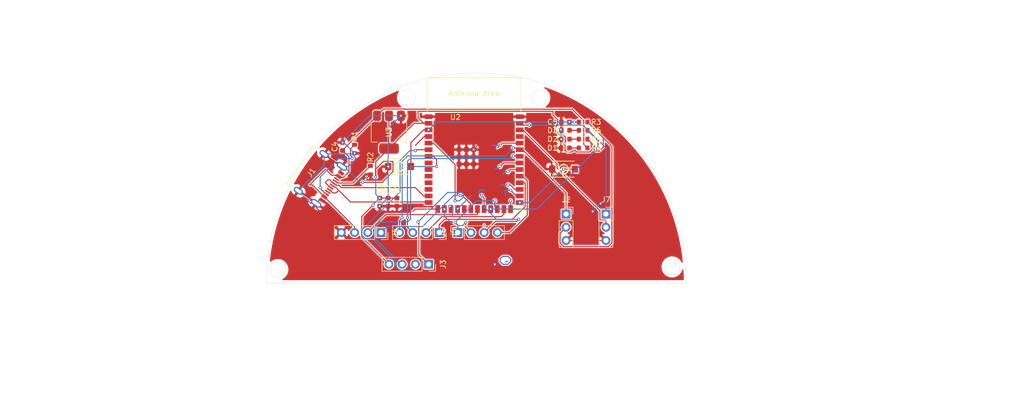
<source format=kicad_pcb>
(kicad_pcb (version 20241229) (generator "pcbnew") (generator_version "9.0")
  (layers (0 "F.Cu" signal) (2 "B.Cu" signal) (13 "F.Paste" user) (15 "B.Paste" user) (5 "F.SilkS" user "F.Silkscreen") (7 "B.SilkS" user "B.Silkscreen") (1 "F.Mask" user) (3 "B.Mask" user) (25 "Edge.Cuts" user))
  (net 0 "")
  (net 1 "GND")
  (net 2 "+3V3")
  (net 3 "+5V")
  (net 4 "EN")
  (net 6 "D-")
  (net 7 "Net-(J1-CC1)")
  (net 8 "D+")
  (net 9 "Net-(J1-CC2)")
  (net 11 "GPIO11")
  (net 12 "GPIO46")
  (net 13 "GPIO10")
  (net 14 "GPIO6")
  (net 15 "GPIO9")
  (net 16 "GPIO5")
  (net 17 "GPIO12")
  (net 18 "GPIO18")
  (net 19 "GPIO16")
  (net 20 "GPIO15")
  (net 21 "GPIO7")
  (net 22 "GPIO8")
  (net 23 "GPIO4")
  (net 24 "GPIO3")
  (net 25 "GPIO17")
  (net 26 "GPIO40")
  (net 27 "GPIO45")
  (net 28 "GPIO41")
  (net 29 "GPIO0")
  (net 30 "GPIO38")
  (net 31 "GPIO2")
  (net 32 "GPIO39")
  (net 33 "GPIO36")
  (net 34 "GPIO47")
  (net 35 "GPIO35")
  (net 36 "GPIO13")
  (net 37 "GPIO44")
  (net 38 "GPIO14")
  (net 39 "GPIO37")
  (net 40 "GPIO1")
  (net 41 "GPIO21")
  (net 42 "GPIO48")
  (net 43 "GPIO42")
  (net 44 "GPIO43")
  (net 45 "Net-(D1-A)")
  (net 46 "Net-(D2-A)")
  (net 47 "Net-(D3-A)")
  (footprint "Resistor_SMD:R_0603_1608Metric" (layer "F.Cu") (at 150.876 44.895 -90)
    (property "Reference" "R1")
    (property "Value" "5.1K")
  )
  (footprint "easyeda2kicad:SW-SMD_L3.9-W3.0-P4.45" (layer "F.Cu") (at 191.008 48.768)
    (property "Reference" "SW2" (hide yes))
    (property "Value" "TS-1088-AR02016")
  )
  (footprint "LED_SMD:LED_0603_1608Metric" (layer "F.Cu") (at 191.3675 41.304)
    (property "Reference" "D3")
    (property "Value" "BLUE")
  )
  (footprint "Capacitor_SMD:C_0603_1608Metric" (layer "F.Cu") (at 155.704 55.105 -90)
    (property "Reference" "C3")
    (property "Value" "100n")
  )
  (footprint "TYPE-C-31-M-12:HRO_TYPE-C-31-M-12" (layer "F.Cu") (at 142.556421 49.394724 -125)
    (property "Reference" "J1")
    (property "Value" "TYPE-C-31-M-12")
  )
  (footprint "LED_SMD:LED_0603_1608Metric" (layer "F.Cu") (at 191.355 43.004)
    (property "Reference" "D2")
    (property "Value" "GREEN")
  )
  (footprint "Package_TO_SOT_SMD:SOT-223-3_TabPin2" (layer "F.Cu") (at 157.48 41.656 -90)
    (property "Reference" "U3")
    (property "Value" "LD1117S33TR_SOT223")
  )
  (footprint "Connector_PinSocket_2.54mm:PinSocket_1x04_P2.54mm_Vertical" (layer "F.Cu") (at 170.688 60.96 90)
    (property "Reference" "J6")
    (property "Value" "Conn_01x04_Pin")
  )
  (footprint "Capacitor_SMD:C_0603_1608Metric" (layer "F.Cu") (at 191.355 39.704 180)
    (property "Reference" "C5")
    (property "Value" "1u")
  )
  (footprint "Capacitor_SMD:C_0603_1608Metric" (layer "F.Cu") (at 157.304 55.105 -90)
    (property "Reference" "C2")
    (property "Value" "22u")
  )
  (footprint "Connector_PinSocket_2.54mm:PinSocket_1x03_P2.54mm_Vertical" (layer "F.Cu") (at 191.488 57.404)
    (property "Reference" "J2")
    (property "Value" "Conn_01x03_Pin")
  )
  (footprint "Resistor_SMD:R_0603_1608Metric" (layer "F.Cu") (at 194.755 43.004 180)
    (property "Reference" "R5")
    (property "Value" "5.1K")
  )
  (footprint "Resistor_SMD:R_0603_1608Metric" (layer "F.Cu") (at 194.7675 41.304 180)
    (property "Reference" "R6")
    (property "Value" "5.1K")
  )
  (footprint "easyeda2kicad:SW-SMD_L3.9-W3.0-P4.45" (layer "F.Cu") (at 159.512 48.26)
    (property "Reference" "SW1" (hide yes))
    (property "Value" "TS-1088-AR02016")
  )
  (footprint "PCM_Espressif:ESP32-S3-WROOM-1" (layer "F.Cu") (at 173.836 46.946)
    (property "Reference" "U2")
    (property "Value" "ESP32-S3-WROOM-1")
  )
  (footprint "Resistor_SMD:R_0603_1608Metric" (layer "F.Cu") (at 194.755 44.704 180)
    (property "Reference" "R4")
    (property "Value" "5.1K")
  )
  (footprint "Capacitor_SMD:C_0603_1608Metric" (layer "F.Cu") (at 159.004 55.105 -90)
    (property "Reference" "C1")
    (property "Value" "10u")
  )
  (footprint "Resistor_SMD:R_0603_1608Metric" (layer "F.Cu") (at 194.755 39.704 180)
    (property "Reference" "R3")
    (property "Value" "5.1K")
  )
  (footprint "LED_SMD:LED_0603_1608Metric" (layer "F.Cu") (at 191.3425 44.704)
    (property "Reference" "D1")
    (property "Value" "RED")
  )
  (footprint "Connector_PinSocket_2.54mm:PinSocket_1x04_P2.54mm_Vertical" (layer "F.Cu") (at 155.956 60.96 -90)
    (property "Reference" "J4")
    (property "Value" "Conn_01x04_Pin")
  )
  (footprint "Connector_PinSocket_2.54mm:PinSocket_1x03_P2.54mm_Vertical" (layer "F.Cu") (at 199.136 57.404)
    (property "Reference" "J7")
    (property "Value" "Conn_01x03_Pin")
  )
  (footprint "Connector_PinSocket_2.54mm:PinSocket_1x04_P2.54mm_Vertical" (layer "F.Cu") (at 167.132 60.96 -90)
    (property "Reference" "J5")
    (property "Value" "Conn_01x04_Pin")
  )
  (footprint "Resistor_SMD:R_0603_1608Metric" (layer "F.Cu") (at 153.924 48.959 -90)
    (property "Reference" "R2")
    (property "Value" "5.1K")
  )
  (footprint "Connector_PinSocket_2.54mm:PinSocket_1x04_P2.54mm_Vertical" (layer "F.Cu") (at 165.1 67.056 -90)
    (property "Reference" "J3")
    (property "Value" "Conn_01x04_Pin")
  )
  (footprint "Capacitor_SMD:C_0603_1608Metric" (layer "F.Cu") (at 148.568 44.422 90)
    (property "Reference" "C4")
    (property "Value" "100n")
  )
  (gr_circle (center 186.436 35.052) (end 186.436 36.576) (stroke (width 0.05)) (fill no) (layer "Edge.Cuts"))
  (gr_circle (center 136.144 68.072) (end 136.144 69.596) (stroke (width 0.05)) (fill no) (layer "Edge.Cuts"))
  (gr_circle (center 161.036 35.052) (end 161.036 36.576) (stroke (width 0.05)) (fill no) (layer "Edge.Cuts"))
  (gr_circle (center 211.836 67.564) (end 211.836 69.088) (stroke (width 0.05)) (fill no) (layer "Edge.Cuts"))
  (gr_arc (start 133.893959 70.612) (mid 174.244 30.261959) (end 214.594041 70.612) (stroke (width 0.05)) (layer "Edge.Cuts"))
  (gr_line (start 214.594041 70.612) (end 133.893959 70.612) (stroke (width 0.05)) (layer "Edge.Cuts"))
  (segment (start 178.816 66.548) (end 179.324 67.056) (width 0.2) (layer "F.Cu") (net 0))
  (segment (start 179.324 65.532) (end 180.34 65.532) (width 0.2) (layer "F.Cu") (net 0))
  (segment (start 179.324 65.532) (end 178.816 66.04) (width 0.2) (layer "F.Cu") (net 0))
  (segment (start 178.816 66.04) (end 178.816 66.548) (width 0.2) (layer "F.Cu") (net 0))
  (segment (start 179.324 67.056) (end 180.34 67.056) (width 0.2) (layer "F.Cu") (net 0))
  (segment (start 180.848 66.04) (end 180.34 65.532) (width 0.2) (layer "F.Cu") (net 0))
  (segment (start 180.34 67.056) (end 180.848 66.548) (width 0.2) (layer "F.Cu") (net 0))
  (segment (start 175.768 59.436) (end 175.768 59.809) (width 0.2) (layer "F.Cu") (net 0))
  (segment (start 180.848 66.548) (end 180.848 66.04) (width 0.2) (layer "F.Cu") (net 0))
  (segment (start 179.324 65.532) (end 178.816 66.04) (width 0.2) (layer "B.Cu") (net 0))
  (segment (start 179.324 65.532) (end 180.34 65.532) (width 0.2) (layer "B.Cu") (net 0))
  (segment (start 180.848 66.04) (end 180.34 65.532) (width 0.2) (layer "B.Cu") (net 0))
  (segment (start 180.34 67.056) (end 180.848 66.548) (width 0.2) (layer "B.Cu") (net 0))
  (segment (start 179.324 67.056) (end 180.34 67.056) (width 0.2) (layer "B.Cu") (net 0))
  (segment (start 178.816 66.04) (end 178.816 66.548) (width 0.2) (layer "B.Cu") (net 0))
  (segment (start 180.848 66.548) (end 180.848 66.04) (width 0.2) (layer "B.Cu") (net 0))
  (segment (start 179.832 66.548) (end 180.34 66.548) (width 0.2) (layer "B.Cu") (net 0))
  (segment (start 178.816 66.548) (end 179.324 67.056) (width 0.2) (layer "B.Cu") (net 0))
  (segment (start 153.924 50.125943) (end 154.691057 50.893) (width 0.2) (layer "F.Cu") (net 1))
  (segment (start 152.151057 50.707) (end 151.799 51.059057) (width 0.2) (layer "F.Cu") (net 1))
  (segment (start 154.691057 50.893) (end 155.579 50.893) (width 0.2) (layer "F.Cu") (net 1))
  (segment (start 195.207 55.147) (end 188.828 48.768) (width 0.2) (layer "F.Cu") (net 1))
  (segment (start 144.611948 54.740498) (end 144.080439 54.740498) (width 0.2) (layer "F.Cu") (net 1))
  (segment (start 144.080439 54.740498) (end 143.491566 55.329371) (width 0.2) (layer "F.Cu") (net 1))
  (segment (start 195.207 58.555) (end 195.207 55.147) (width 0.2) (layer "F.Cu") (net 1))
  (segment (start 148.282837 48.413871) (end 148.453003 48.243705) (width 0.2) (layer "F.Cu") (net 1))
  (segment (start 153.924 49.784) (end 153.416 50.292) (width 0.2) (layer "F.Cu") (net 1))
  (segment (start 190.58 41.228) (end 190.5 41.148) (width 0.2) (layer "F.Cu") (net 1))
  (segment (start 155.579 50.893) (end 157.332 49.14) (width 0.2) (layer "F.Cu") (net 1))
  (segment (start 157.332 49.14) (end 157.332 48.26) (width 0.2) (layer "F.Cu") (net 1))
  (segment (start 190.58 41.304) (end 190.58 41.228) (width 0.2) (layer "F.Cu") (net 1))
  (segment (start 199.136 62.484) (end 195.207 58.555) (width 0.2) (layer "F.Cu") (net 1))
  (segment (start 148.282837 49.497926) (end 148.282837 48.413871) (width 0.2) (layer "F.Cu") (net 1))
  (segment (start 182.586 38.686) (end 180.056 38.686) (width 0.2) (layer "F.Cu") (net 1))
  (segment (start 143.491566 56.115566) (end 143.491566 55.329371) (width 0.2) (layer "F.Cu") (net 1))
  (segment (start 157.332 48.26) (end 157.332 48.513) (width 0.2) (layer "F.Cu") (net 1))
  (segment (start 153.924 49.784) (end 153.924 50.125943) (width 0.2) (layer "F.Cu") (net 1))
  (segment (start 148.336 60.96) (end 143.491566 56.115566) (width 0.2) (layer "F.Cu") (net 1))
  (segment (start 153.924 49.784) (end 153.001 50.707) (width 0.2) (layer "F.Cu") (net 1))
  (segment (start 199.136 62.484) (end 191.488 62.484) (width 0.2) (layer "F.Cu") (net 1))
  (segment (start 180.056 38.686) (end 173.736 45.006) (width 0.2) (layer "F.Cu") (net 1))
  (segment (start 153.001 50.707) (end 152.151057 50.707) (width 0.2) (layer "F.Cu") (net 1))
  (segment (start 159.004 55.88) (end 155.704 55.88) (width 0.2) (layer "F.Cu") (net 1))
  (via (at 157.332 48.26) (size 0.6) (drill 0.3) (layers "F.Cu" "B.Cu") (net 1))
  (via (at 157.332 48.26) (size 0.6) (drill 0.3) (layers "F.Cu" "B.Cu") (net 1))
  (via (at 155.704 55.88) (size 0.6) (drill 0.3) (layers "F.Cu" "B.Cu") (net 1))
  (via (at 177.8 67.056) (size 0.6) (drill 0.3) (layers "F.Cu" "B.Cu") (net 1))
  (via (at 153.001 50.707) (size 0.6) (drill 0.3) (layers "F.Cu" "B.Cu") (net 1))
  (via (at 148.568 43.647) (size 0.6) (drill 0.3) (layers "F.Cu" "B.Cu") (net 1))
  (via (at 173.736 45.006) (size 0.6) (drill 0.3) (layers "F.Cu" "B.Cu") (net 1))
  (via (at 150.876 45.72) (size 0.6) (drill 0.3) (layers "F.Cu" "B.Cu") (net 1))
  (via (at 159.78 38.506) (size 0.6) (drill 0.3) (layers "F.Cu" "B.Cu") (net 1))
  (via (at 190.5 41.148) (size 0.6) (drill 0.3) (layers "F.Cu" "B.Cu") (net 1))
  (via (at 196.596 56.896) (size 0.6) (drill 0.3) (layers "F.Cu" "B.Cu") (net 1))
  (via (at 190.5675 43.004) (size 0.6) (drill 0.3) (layers "F.Cu" "B.Cu") (net 1))
  (via (at 198.12 55.372) (size 0.6) (drill 0.3) (layers "F.Cu" "B.Cu") (net 1))
  (segment (start 149.745057 48.243705) (end 151.003819 46.984943) (width 0.2) (layer "B.Cu") (net 1))
  (segment (start 157.332 47.752) (end 157.332 54.252) (width 0.2) (layer "B.Cu") (net 1))
  (segment (start 150.876 45.72) (end 148.803 43.647) (width 0.2) (layer "B.Cu") (net 1))
  (segment (start 198.12 55.372) (end 196.596 56.896) (width 0.2) (layer "B.Cu") (net 1))
  (segment (start 157.332 47.752) (end 157.332 40.954) (width 0.2) (layer "B.Cu") (net 1))
  (segment (start 143.491566 55.329371) (end 142.467516 55.329371) (width 0.2) (layer "B.Cu") (net 1))
  (segment (start 152.4 51.308) (end 151.892 51.308) (width 0.2) (layer "B.Cu") (net 1))
  (segment (start 153.709 38.506) (end 148.568 43.647) (width 0.2) (layer "B.Cu") (net 1))
  (segment (start 151.003819 46.984943) (end 151.003819 46.487057) (width 0.2) (layer "B.Cu") (net 1))
  (segment (start 157.332 40.954) (end 159.78 38.506) (width 0.2) (layer "B.Cu") (net 1))
  (segment (start 145.03714 47.976119) (end 140.075702 52.937557) (width 0.2) (layer "B.Cu") (net 1))
  (segment (start 148.453003 48.243705) (end 149.745057 48.243705) (width 0.2) (layer "B.Cu") (net 1))
  (segment (start 148.803 43.647) (end 148.568 43.647) (width 0.2) (layer "B.Cu") (net 1))
  (segment (start 190.5 42.9365) (end 190.5675 43.004) (width 0.2) (layer "B.Cu") (net 1))
  (segment (start 159.78 38.506) (end 153.709 38.506) (width 0.2) (layer "B.Cu") (net 1))
  (segment (start 151.003819 46.487057) (end 150.368653 45.851891) (width 0.2) (layer "B.Cu") (net 1))
  (segment (start 157.332 48.26) (end 157.332 47.752) (width 0.2) (layer "B.Cu") (net 1))
  (segment (start 145.03714 45.851891) (end 145.03714 47.976119) (width 0.2) (layer "B.Cu") (net 1))
  (segment (start 142.467516 55.329371) (end 140.075702 52.937557) (width 0.2) (layer "B.Cu") (net 1))
  (segment (start 150.368653 45.851891) (end 145.03714 45.851891) (width 0.2) (layer "B.Cu") (net 1))
  (segment (start 151.892 51.308) (end 148.827705 48.243705) (width 0.2) (layer "B.Cu") (net 1))
  (segment (start 157.332 54.252) (end 155.704 55.88) (width 0.2) (layer "B.Cu") (net 1))
  (segment (start 148.827705 48.243705) (end 148.453003 48.243705) (width 0.2) (layer "B.Cu") (net 1))
  (segment (start 190.5 41.148) (end 190.5 42.9365) (width 0.2) (layer "B.Cu") (net 1))
  (segment (start 188.976 37.648) (end 163.068 37.648) (width 0.2) (layer "F.Cu") (net 2))
  (segment (start 156.181 51.308) (end 152.4 51.308) (width 0.2) (layer "F.Cu") (net 2))
  (segment (start 191.404 43.4816) (end 191.404 43.367064) (width 0.2) (layer "F.Cu") (net 2))
  (segment (start 191.306 43.269064) (end 191.306 42.5264) (width 0.2) (layer "F.Cu") (net 2))
  (segment (start 189.829 40.17811) (end 189.829 39.22989) (width 0.2) (layer "F.Cu") (net 2))
  (segment (start 200.287 62.96076) (end 200.287 44.411) (width 0.2) (layer "F.Cu") (net 2))
  (segment (start 188.976 38.37689) (end 188.976 37.648) (width 0.2) (layer "F.Cu") (net 2))
  (segment (start 191.488 59.944) (end 190.337 61.095) (width 0.2) (layer "F.Cu") (net 2))
  (segment (start 198.628 42.752) (end 195.58 39.704) (width 0.2) (layer "F.Cu") (net 2))
  (segment (start 197.197 45.305) (end 197.860943 45.305) (width 0.2) (layer "F.Cu") (net 2))
  (segment (start 192.8381 45.212) (end 192.5701 45.48) (width 0.2) (layer "F.Cu") (net 2))
  (segment (start 190.264936 42.228) (end 189.484 41.447064) (width 0.2) (layer "F.Cu") (net 2))
  (segment (start 157.48 38.506) (end 157.48 44.806) (width 0.2) (layer "F.Cu") (net 2))
  (segment (start 156.416 47.279) (end 158.248 47.279) (width 0.2) (layer "F.Cu") (net 2))
  (segment (start 189.484 40.659964) (end 189.897427 40.246537) (width 0.2) (layer "F.Cu") (net 2))
  (segment (start 154.94 48.755) (end 156.416 47.279) (width 0.2) (layer "F.Cu") (net 2))
  (segment (start 193.248936 45.212) (end 192.8381 45.212) (width 0.2) (layer "F.Cu") (net 2))
  (segment (start 190.9576 43.928) (end 191.404 43.4816) (width 0.2) (layer "F.Cu") (net 2))
  (segment (start 195.993064 45.48) (end 193.516936 45.48) (width 0.2) (layer "F.Cu") (net 2))
  (segment (start 189.897427 40.246537) (end 189.829 40.17811) (width 0.2) (layer "F.Cu") (net 2))
  (segment (start 199.61276 63.635) (end 200.287 62.96076) (width 0.2) (layer "F.Cu") (net 2))
  (segment (start 164.136 39.956) (end 165.086 39.956) (width 0.2) (layer "F.Cu") (net 2))
  (segment (start 191.6899 45.48) (end 191.4219 45.212) (width 0.2) (layer "F.Cu") (net 2))
  (segment (start 197.860943 45.305) (end 198.628 44.537943) (width 0.2) (layer "F.Cu") (net 2))
  (segment (start 189.829 39.22989) (end 188.976 38.37689) (width 0.2) (layer "F.Cu") (net 2))
  (segment (start 191.4219 45.212) (end 191.2631 45.212) (width 0.2) (layer "F.Cu") (net 2))
  (segment (start 152.265 57.848) (end 154.432 55.681) (width 0.2) (layer "F.Cu") (net 2))
  (segment (start 191.01124 63.635) (end 199.61276 63.635) (width 0.2) (layer "F.Cu") (net 2))
  (segment (start 157.48 44.806) (end 162.33 39.956) (width 0.2) (layer "F.Cu") (net 2))
  (segment (start 163.068 37.648) (end 163.068 38.888) (width 0.2) (layer "F.Cu") (net 2))
  (segment (start 200.287 44.411) (end 198.628 42.752) (width 0.2) (layer "F.Cu") (net 2))
  (segment (start 191.2631 45.212) (end 191.2935 45.1816) (width 0.2) (layer "F.Cu") (net 2))
  (segment (start 152.265 61.841) (end 152.265 57.848) (width 0.2) (layer "F.Cu") (net 2))
  (segment (start 157.48 67.056) (end 152.265 61.841) (width 0.2) (layer "F.Cu") (net 2))
  (segment (start 191.2935 45.1816) (end 191.2935 44.2264) (width 0.2) (layer "F.Cu") (net 2))
  (segment (start 155.704 54.33) (end 159.004 54.33) (width 0.2) (layer "F.Cu") (net 2))
  (segment (start 196.281 43.705) (end 196.281 44.389) (width 0.2) (layer "F.Cu") (net 2))
  (segment (start 190.337 61.095) (end 190.337 62.96076) (width 0.2) (layer "F.Cu") (net 2))
  (segment (start 191.306 42.5264) (end 191.0076 42.228) (width 0.2) (layer "F.Cu") (net 2))
  (segment (start 189.484 41.447064) (end 189.484 40.659964) (width 0.2) (layer "F.Cu") (net 2))
  (segment (start 191.0076 42.228) (end 190.264936 42.228) (width 0.2) (layer "F.Cu") (net 2))
  (segment (start 158.248 49.241) (end 156.181 51.308) (width 0.2) (layer "F.Cu") (net 2))
  (segment (start 195.58 43.004) (end 196.281 43.705) (width 0.2) (layer "F.Cu") (net 2))
  (segment (start 191.2935 44.2264) (end 190.9951 43.928) (width 0.2) (layer "F.Cu") (net 2))
  (segment (start 162.33 39.956) (end 165.086 39.956) (width 0.2) (layer "F.Cu") (net 2))
  (segment (start 154.94 50.292) (end 154.94 47.346) (width 0.2) (layer "F.Cu") (net 2))
  (segment (start 190.337 62.96076) (end 191.01124 63.635) (width 0.2) (layer "F.Cu") (net 2))
  (segment (start 154.94 50.292) (end 154.94 48.755) (width 0.2) (layer "F.Cu") (net 2))
  (segment (start 197.011 44.462064) (end 195.993064 45.48) (width 0.2) (layer "F.Cu") (net 2))
  (segment (start 191.404 43.367064) (end 191.306 43.269064) (width 0.2) (layer "F.Cu") (net 2))
  (segment (start 158.248 47.279) (end 158.248 49.241) (width 0.2) (layer "F.Cu") (net 2))
  (segment (start 193.516936 45.48) (end 193.248936 45.212) (width 0.2) (layer "F.Cu") (net 2))
  (segment (start 196.281 44.389) (end 197.197 45.305) (width 0.2) (layer "F.Cu") (net 2))
  (segment (start 190.9951 43.928) (end 190.9576 43.928) (width 0.2) (layer "F.Cu") (net 2))
  (segment (start 192.5701 45.48) (end 191.6899 45.48) (width 0.2) (layer "F.Cu") (net 2))
  (segment (start 197.011 44.435) (end 197.011 44.462064) (width 0.2) (layer "F.Cu") (net 2))
  (segment (start 163.068 38.888) (end 164.136 39.956) (width 0.2) (layer "F.Cu") (net 2))
  (segment (start 195.58 43.004) (end 197.011 44.435) (width 0.2) (layer "F.Cu") (net 2))
  (segment (start 154.94 47.346) (end 157.48 44.806) (width 0.2) (layer "F.Cu") (net 2))
  (segment (start 198.628 44.537943) (end 198.628 42.752) (width 0.2) (layer "F.Cu") (net 2))
  (via (at 155.704 54.33) (size 0.6) (drill 0.3) (layers "F.Cu" "B.Cu") (net 2))
  (via (at 154.432 55.681) (size 0.6) (drill 0.3) (layers "F.Cu" "B.Cu") (net 2))
  (via (at 152.4 51.308) (size 0.6) (drill 0.3) (layers "F.Cu" "B.Cu") (net 2))
  (via (at 154.94 50.292) (size 0.6) (drill 0.3) (layers "F.Cu" "B.Cu") (net 2))
  (segment (start 154.94 53.566) (end 155.704 54.33) (width 0.2) (layer "B.Cu") (net 2))
  (segment (start 154.432 55.681) (end 154.432 55.602) (width 0.2) (layer "B.Cu") (net 2))
  (segment (start 154.94 50.292) (end 154.94 53.566) (width 0.2) (layer "B.Cu") (net 2))
  (segment (start 154.432 55.602) (end 155.704 54.33) (width 0.2) (layer "B.Cu") (net 2))
  (segment (start 149.802819 46.431819) (end 148.568 45.197) (width 0.2) (layer "F.Cu") (net 3))
  (segment (start 146.454886 49.934886) (end 147.605614 49.934886) (width 0.2) (layer "F.Cu") (net 3))
  (segment (start 145.070809 54.085177) (end 142.801632 51.816) (width 0.2) (layer "F.Cu") (net 3))
  (segment (start 147.823976 50.153248) (end 148.042338 50.37161) (width 0.2) (layer "F.Cu") (net 3))
  (segment (start 150.876 59.890368) (end 145.070809 54.085177) (width 0.2) (layer "F.Cu") (net 3))
  (segment (start 145.288 48.768) (end 146.454886 49.934886) (width 0.2) (layer "F.Cu") (net 3))
  (segment (start 195.58 44.704) (end 194.879 44.003) (width 0.2) (layer "F.Cu") (net 3))
  (segment (start 194.879 44.003) (end 194.879 39.463936) (width 0.2) (layer "F.Cu") (net 3))
  (segment (start 156.481 37.205) (end 155.18 38.506) (width 0.2) (layer "F.Cu") (net 3))
  (segment (start 192.662064 37.247) (end 160.477008 37.247) (width 0.2) (layer "F.Cu") (net 3))
  (segment (start 148.568 45.118) (end 155.18 38.506) (width 0.2) (layer "F.Cu") (net 3))
  (segment (start 142.801632 51.816) (end 142.24 51.816) (width 0.2) (layer "F.Cu") (net 3))
  (segment (start 147.605614 49.934886) (end 147.823976 50.153248) (width 0.2) (layer "F.Cu") (net 3))
  (segment (start 142.24 51.816) (end 145.288 48.768) (width 0.2) (layer "F.Cu") (net 3))
  (segment (start 150.876 60.96) (end 150.876 59.890368) (width 0.2) (layer "F.Cu") (net 3))
  (segment (start 148.702359 50.37161) (end 149.802819 49.27115) (width 0.2) (layer "F.Cu") (net 3))
  (segment (start 148.042338 50.37161) (end 148.702359 50.37161) (width 0.2) (layer "F.Cu") (net 3))
  (segment (start 160.477008 37.247) (end 160.435008 37.205) (width 0.2) (layer "F.Cu") (net 3))
  (segment (start 160.435008 37.205) (end 156.481 37.205) (width 0.2) (layer "F.Cu") (net 3))
  (segment (start 149.802819 49.27115) (end 149.802819 46.431819) (width 0.2) (layer "F.Cu") (net 3))
  (segment (start 194.879 39.463936) (end 192.662064 37.247) (width 0.2) (layer "F.Cu") (net 3))
  (segment (start 148.568 45.197) (end 148.568 45.118) (width 0.2) (layer "F.Cu") (net 3))
  (segment (start 161.692 48.26) (end 161.692 43.67) (width 0.2) (layer "F.Cu") (net 4))
  (segment (start 164.136 41.226) (end 165.086 41.226) (width 0.2) (layer "F.Cu") (net 4))
  (segment (start 192.13 39.704) (end 193.04 39.704) (width 0.2) (layer "F.Cu") (net 4))
  (segment (start 193.93 39.704) (end 192.13 39.704) (width 0.2) (layer "F.Cu") (net 4))
  (segment (start 161.692 43.67) (end 164.136 41.226) (width 0.2) (layer "F.Cu") (net 4))
  (via (at 193.04 39.704) (size 0.6) (drill 0.3) (layers "F.Cu" "B.Cu") (net 4))
  (via (at 192.13 39.704) (size 0.6) (drill 0.3) (layers "F.Cu" "B.Cu") (net 4))
  (via (at 165.086 41.226) (size 0.6) (drill 0.3) (layers "F.Cu" "B.Cu") (net 4))
  (segment (start 193.04 39.704) (end 166.608 39.704) (width 0.2) (layer "B.Cu") (net 4))
  (segment (start 166.608 39.704) (end 165.086 41.226) (width 0.2) (layer "B.Cu") (net 4))
  (segment (start 145.796 50.8) (end 146.094526 50.8) (width 0.2) (layer "F.Cu") (net 6))
  (segment (start 162.534 52.324) (end 148.336 52.324) (width 0.2) (layer "F.Cu") (net 6))
  (segment (start 165.086 53.926) (end 164.136 53.926) (width 0.2) (layer "F.Cu") (net 6))
  (segment (start 145.318082 51.416284) (end 145.884564 51.982766) (width 0.2) (layer "F.Cu") (net 6))
  (segment (start 164.136 53.926) (end 162.534 52.324) (width 0.2) (layer "F.Cu") (net 6))
  (segment (start 145.318082 51.277918) (end 145.318082 51.416284) (width 0.2) (layer "F.Cu") (net 6))
  (segment (start 148.336 52.324) (end 147.858082 51.846082) (width 0.2) (layer "F.Cu") (net 6))
  (segment (start 146.094526 50.8) (end 146.458138 51.163612) (width 0.2) (layer "F.Cu") (net 6))
  (segment (start 147.858082 51.846082) (end 147.297012 51.846082) (width 0.2) (layer "F.Cu") (net 6))
  (segment (start 145.796 50.8) (end 145.318082 51.277918) (width 0.2) (layer "F.Cu") (net 6))
  (segment (start 153.924 48.134) (end 150.621492 51.436508) (width 0.2) (layer "F.Cu") (net 7))
  (segment (start 150.621492 51.436508) (end 147.583802 51.436508) (width 0.2) (layer "F.Cu") (net 7))
  (segment (start 147.828 52.832) (end 147.32 53.34) (width 0.2) (layer "F.Cu") (net 8))
  (segment (start 150.077 55.081) (end 147.828 52.832) (width 0.2) (layer "F.Cu") (net 8))
  (segment (start 147.251659 52.255659) (end 147.010225 52.255659) (width 0.2) (layer "F.Cu") (net 8))
  (segment (start 146.701838 53.34) (end 146.436649 53.074811) (width 0.2) (layer "F.Cu") (net 8))
  (segment (start 147.828 52.832) (end 147.251659 52.255659) (width 0.2) (layer "F.Cu") (net 8))
  (segment (start 164.971 55.081) (end 150.077 55.081) (width 0.2) (layer "F.Cu") (net 8))
  (segment (start 147.32 53.34) (end 146.701838 53.34) (width 0.2) (layer "F.Cu") (net 8))
  (segment (start 165.086 55.196) (end 164.971 55.081) (width 0.2) (layer "F.Cu") (net 8))
  (segment (start 150.1 46.133064) (end 150.402819 46.435883) (width 0.2) (layer "F.Cu") (net 9))
  (segment (start 150.1 44.846) (end 150.1 46.133064) (width 0.2) (layer "F.Cu") (net 9))
  (segment (start 150.876 44.07) (end 150.1 44.846) (width 0.2) (layer "F.Cu") (net 9))
  (segment (start 150.402819 46.435883) (end 150.402819 46.736) (width 0.2) (layer "F.Cu") (net 9))
  (segment (start 145.443636 53.552728) (end 145.365434 53.552728) (width 0.2) (layer "F.Cu") (net 9))
  (segment (start 144.272 52.459294) (end 144.272 52.324) (width 0.2) (layer "F.Cu") (net 9))
  (segment (start 145.365434 53.552728) (end 144.272 52.459294) (width 0.2) (layer "F.Cu") (net 9))
  (via (at 150.402819 46.736) (size 0.6) (drill 0.3) (layers "F.Cu" "B.Cu") (net 9))
  (via (at 144.272 52.324) (size 0.6) (drill 0.3) (layers "F.Cu" "B.Cu") (net 9))
  (segment (start 147.828 46.736) (end 144.272 50.292) (width 0.2) (layer "B.Cu") (net 9))
  (segment (start 144.272 50.292) (end 144.272 52.324) (width 0.2) (layer "B.Cu") (net 9))
  (segment (start 150.402819 46.736) (end 147.828 46.736) (width 0.2) (layer "B.Cu") (net 9))
  (segment (start 172.212 59.944) (end 172.212 59.02) (width 0.2) (layer "F.Cu") (net 12))
  (segment (start 173.228 60.96) (end 172.212 59.944) (width 0.2) (layer "F.Cu") (net 12))
  (via (at 168.121 56.446) (size 0.6) (drill 0.3) (layers "F.Cu" "B.Cu") (net 12))
  (via (at 172.212 59.02) (size 0.6) (drill 0.3) (layers "F.Cu" "B.Cu") (net 12))
  (segment (start 169.931057 59.621) (end 168.121 57.810943) (width 0.2) (layer "B.Cu") (net 12))
  (segment (start 168.121 57.810943) (end 168.121 56.446) (width 0.2) (layer "B.Cu") (net 12))
  (segment (start 172.212 59.02) (end 171.611 59.621) (width 0.2) (layer "B.Cu") (net 12))
  (segment (start 171.611 59.621) (end 169.931057 59.621) (width 0.2) (layer "B.Cu") (net 12))
  (segment (start 170.661 56.446) (end 170.661 56.415) (width 0.2) (layer "F.Cu") (net 13))
  (segment (start 170.661 56.415) (end 170.688 56.388) (width 0.2) (layer "F.Cu") (net 13))
  (via (at 170.688 56.388) (size 0.6) (drill 0.3) (layers "F.Cu" "B.Cu") (net 13))
  (segment (start 170.688 56.388) (end 173.228 53.848) (width 0.2) (layer "B.Cu") (net 13))
  (segment (start 170.688 56.388) (end 170.688 57.404) (width 0.2) (layer "B.Cu") (net 13))
  (segment (start 162.736 45.036) (end 165.086 45.036) (width 0.2) (layer "F.Cu") (net 14))
  (segment (start 162.56 45.212) (end 162.736 45.036) (width 0.2) (layer "F.Cu") (net 14))
  (via (at 162.56 45.212) (size 0.6) (drill 0.3) (layers "F.Cu" "B.Cu") (net 14))
  (segment (start 152.265 61.43676) (end 152.265 60.48324) (width 0.2) (layer "B.Cu") (net 14))
  (segment (start 161.4849 45.212) (end 162.56 45.212) (width 0.2) (layer "B.Cu") (net 14))
  (segment (start 158.869 67.53276) (end 158.869 66.7421) (width 0.2) (layer "B.Cu") (net 14))
  (segment (start 159.619 47.0779) (end 161.4849 45.212) (width 0.2) (layer "B.Cu") (net 14))
  (segment (start 158.869 66.7421) (end 154.2379 62.111) (width 0.2) (layer "B.Cu") (net 14))
  (segment (start 161.409 68.207) (end 159.54324 68.207) (width 0.2) (layer "B.Cu") (net 14))
  (segment (start 159.54324 68.207) (end 158.869 67.53276) (width 0.2) (layer "B.Cu") (net 14))
  (segment (start 159.619 53.12924) (end 159.619 47.0779) (width 0.2) (layer "B.Cu") (net 14))
  (segment (start 154.2379 62.111) (end 152.93924 62.111) (width 0.2) (layer "B.Cu") (net 14))
  (segment (start 152.265 60.48324) (end 159.619 53.12924) (width 0.2) (layer "B.Cu") (net 14))
  (segment (start 162.56 67.056) (end 161.409 68.207) (width 0.2) (layer "B.Cu") (net 14))
  (segment (start 152.93924 62.111) (end 152.265 61.43676) (width 0.2) (layer "B.Cu") (net 14))
  (segment (start 169.391 56.446) (end 169.391 56.107) (width 0.2) (layer "F.Cu") (net 15))
  (segment (start 169.391 56.107) (end 169.164 55.88) (width 0.2) (layer "F.Cu") (net 15))
  (via (at 169.164 55.88) (size 0.6) (drill 0.3) (layers "F.Cu" "B.Cu") (net 15))
  (segment (start 169.164 55.88) (end 169.672 56.388) (width 0.2) (layer "B.Cu") (net 15))
  (segment (start 169.672 56.388) (end 169.672 57.912) (width 0.2) (layer "B.Cu") (net 15))
  (segment (start 163.203 65.159) (end 165.1 67.056) (width 0.2) (layer "F.Cu") (net 16))
  (segment (start 163.068 58.928) (end 163.203 59.063) (width 0.2) (layer "F.Cu") (net 16))
  (segment (start 165.086 43.766) (end 166.036 43.766) (width 0.2) (layer "F.Cu") (net 16))
  (segment (start 163.203 59.063) (end 163.203 65.159) (width 0.2) (layer "F.Cu") (net 16))
  (segment (start 170.18 47.91) (end 170.18 54.864) (width 0.2) (layer "F.Cu") (net 16))
  (segment (start 166.036 43.766) (end 170.18 47.91) (width 0.2) (layer "F.Cu") (net 16))
  (via (at 170.18 54.864) (size 0.6) (drill 0.3) (layers "F.Cu" "B.Cu") (net 16))
  (via (at 163.068 58.928) (size 0.6) (drill 0.3) (layers "F.Cu" "B.Cu") (net 16))
  (segment (start 171.797 54.096943) (end 171.797 53.599057) (width 0.2) (layer "B.Cu") (net 16))
  (segment (start 171.444943 53.247) (end 168.749 53.247) (width 0.2) (layer "B.Cu") (net 16))
  (segment (start 170.18 54.864) (end 171.029943 54.864) (width 0.2) (layer "B.Cu") (net 16))
  (segment (start 171.797 53.599057) (end 171.444943 53.247) (width 0.2) (layer "B.Cu") (net 16))
  (segment (start 171.029943 54.864) (end 171.797 54.096943) (width 0.2) (layer "B.Cu") (net 16))
  (segment (start 168.749 53.247) (end 163.068 58.928) (width 0.2) (layer "B.Cu") (net 16))
  (segment (start 171.553 53.848) (end 171.196 53.848) (width 0.2) (layer "F.Cu") (net 17))
  (segment (start 173.201 55.496) (end 171.553 53.848) (width 0.2) (layer "F.Cu") (net 17))
  (segment (start 173.201 56.446) (end 173.201 55.496) (width 0.2) (layer "F.Cu") (net 17))
  (via (at 171.196 53.848) (size 0.6) (drill 0.3) (layers "F.Cu" "B.Cu") (net 17))
  (segment (start 171.196 53.848) (end 169.869057 53.848) (width 0.2) (layer "B.Cu") (net 17))
  (segment (start 169.869057 53.848) (end 163.908057 59.809) (width 0.2) (layer "B.Cu") (net 17))
  (segment (start 157.107 59.809) (end 155.956 60.96) (width 0.2) (layer "B.Cu") (net 17))
  (segment (start 163.908057 59.809) (end 157.107 59.809) (width 0.2) (layer "B.Cu") (net 17))
  (segment (start 165.086 46.306) (end 166.036 46.306) (width 0.2) (layer "F.Cu") (net 21))
  (segment (start 166.036 46.306) (end 166.624 46.894) (width 0.2) (layer "F.Cu") (net 21))
  (segment (start 166.624 46.894) (end 166.624 48.26) (width 0.2) (layer "F.Cu") (net 21))
  (via (at 166.624 48.26) (size 0.6) (drill 0.3) (layers "F.Cu" "B.Cu") (net 21))
  (segment (start 154.805 59.809) (end 155.686 58.928) (width 0.2) (layer "B.Cu") (net 21))
  (segment (start 154.805 62.111) (end 154.805 59.809) (width 0.2) (layer "B.Cu") (net 21))
  (segment (start 161.637 48.353) (end 161.544 48.26) (width 0.2) (layer "B.Cu") (net 21))
  (segment (start 159.75 67.056) (end 154.805 62.111) (width 0.2) (layer "B.Cu") (net 21))
  (segment (start 155.686 58.928) (end 161.054943 58.928) (width 0.2) (layer "B.Cu") (net 21))
  (segment (start 161.637 58.345943) (end 161.637 48.353) (width 0.2) (layer "B.Cu") (net 21))
  (segment (start 160.02 67.056) (end 159.75 67.056) (width 0.2) (layer "B.Cu") (net 21))
  (segment (start 161.544 48.26) (end 166.624 48.26) (width 0.2) (layer "B.Cu") (net 21))
  (segment (start 161.054943 58.928) (end 161.637 58.345943) (width 0.2) (layer "B.Cu") (net 21))
  (segment (start 164.26 42.496) (end 162.56 44.196) (width 0.2) (layer "F.Cu") (net 23))
  (segment (start 165.086 42.496) (end 164.26 42.496) (width 0.2) (layer "F.Cu") (net 23))
  (segment (start 162.502 56.446) (end 162.052 56.896) (width 0.2) (layer "F.Cu") (net 24))
  (segment (start 166.851 56.446) (end 162.502 56.446) (width 0.2) (layer "F.Cu") (net 24))
  (segment (start 182.586 47.576) (end 179.5 47.576) (width 0.2) (layer "F.Cu") (net 26))
  (segment (start 179.5 47.576) (end 178.816 48.26) (width 0.2) (layer "F.Cu") (net 26))
  (via (at 178.816 48.26) (size 0.6) (drill 0.3) (layers "F.Cu" "B.Cu") (net 26))
  (segment (start 178.816 48.26) (end 178.308 48.768) (width 0.2) (layer "B.Cu") (net 26))
  (segment (start 178.308 48.768) (end 177.8 48.768) (width 0.2) (layer "B.Cu") (net 26))
  (segment (start 180.848 56.419) (end 180.821 56.446) (width 0.2) (layer "F.Cu") (net 27))
  (segment (start 181.971 58.821) (end 182.372 58.42) (width 0.2) (layer "F.Cu") (net 27))
  (segment (start 177.907 58.821) (end 181.971 58.821) (width 0.2) (layer "F.Cu") (net 27))
  (segment (start 180.848 54.864) (end 180.848 56.419) (width 0.2) (layer "F.Cu") (net 27))
  (segment (start 175.768 60.96) (end 177.907 58.821) (width 0.2) (layer "F.Cu") (net 27))
  (via (at 182.372 58.42) (size 0.6) (drill 0.3) (layers "F.Cu" "B.Cu") (net 27))
  (via (at 180.848 54.864) (size 0.6) (drill 0.3) (layers "F.Cu" "B.Cu") (net 27))
  (segment (start 180.247 55.465) (end 180.848 54.864) (width 0.2) (layer "B.Cu") (net 27))
  (segment (start 176.355943 55.465) (end 180.247 55.465) (width 0.2) (layer "B.Cu") (net 27))
  (segment (start 182.372 58.42) (end 178.135057 58.42) (width 0.2) (layer "B.Cu") (net 27))
  (segment (start 178.135057 58.42) (end 175.768 56.052943) (width 0.2) (layer "B.Cu") (net 27))
  (segment (start 175.768 56.052943) (end 176.355943 55.465) (width 0.2) (layer "B.Cu") (net 27))
  (segment (start 162.052 60.96) (end 161.036 59.944) (width 0.2) (layer "F.Cu") (net 28))
  (segment (start 182.508 46.228) (end 182.586 46.306) (width 0.2) (layer "F.Cu") (net 28))
  (segment (start 161.036 59.944) (end 161.036 58.097) (width 0.2) (layer "F.Cu") (net 28))
  (segment (start 181.356 46.228) (end 182.508 46.228) (width 0.2) (layer "F.Cu") (net 28))
  (via (at 181.356 46.228) (size 0.6) (drill 0.3) (layers "F.Cu" "B.Cu") (net 28))
  (via (at 161.036 58.097) (size 0.6) (drill 0.3) (layers "F.Cu" "B.Cu") (net 28))
  (segment (start 161.036 47.244) (end 161.544 46.736) (width 0.2) (layer "B.Cu") (net 28))
  (segment (start 180.848 46.736) (end 181.356 46.228) (width 0.2) (layer "B.Cu") (net 28))
  (segment (start 161.036 58.097) (end 161.036 47.244) (width 0.2) (layer "B.Cu") (net 28))
  (segment (start 161.544 46.736) (end 180.848 46.736) (width 0.2) (layer "B.Cu") (net 28))
  (segment (start 193.188 48.768) (end 191.008 48.768) (width 0.2) (layer "F.Cu") (net 29))
  (via (at 191.008 48.768) (size 0.6) (drill 0.3) (layers "F.Cu" "B.Cu") (net 29))
  (via (at 182.586 55.196) (size 0.6) (drill 0.3) (layers "F.Cu" "B.Cu") (net 29))
  (segment (start 184.58 55.196) (end 182.586 55.196) (width 0.2) (layer "B.Cu") (net 29))
  (segment (start 191.008 48.768) (end 184.58 55.196) (width 0.2) (layer "B.Cu") (net 29))
  (segment (start 178.308 60.96) (end 180.681943 60.96) (width 0.2) (layer "F.Cu") (net 30))
  (segment (start 183.118 50.116) (end 182.586 50.116) (width 0.2) (layer "F.Cu") (net 30))
  (segment (start 184.038 57.603943) (end 184.038 51.036) (width 0.2) (layer "F.Cu") (net 30))
  (segment (start 180.681943 60.96) (end 184.038 57.603943) (width 0.2) (layer "F.Cu") (net 30))
  (segment (start 184.038 51.036) (end 183.118 50.116) (width 0.2) (layer "F.Cu") (net 30))
  (segment (start 199.136 59.944) (end 199.136 58.555) (width 0.2) (layer "F.Cu") (net 31))
  (segment (start 189.744 47.787) (end 183.183 41.226) (width 0.2) (layer "F.Cu") (net 31))
  (segment (start 197.985 58.555) (end 197.985 56.761) (width 0.2) (layer "F.Cu") (net 31))
  (segment (start 189.744 48.52) (end 189.744 47.787) (width 0.2) (layer "F.Cu") (net 31))
  (segment (start 197.985 56.761) (end 189.744 48.52) (width 0.2) (layer "F.Cu") (net 31))
  (segment (start 183.183 41.226) (end 182.586 41.226) (width 0.2) (layer "F.Cu") (net 31))
  (segment (start 199.136 58.555) (end 197.985 58.555) (width 0.2) (layer "F.Cu") (net 31))
  (segment (start 182.586 48.846) (end 180.77 48.846) (width 0.2) (layer "F.Cu") (net 32))
  (segment (start 180.77 48.846) (end 180.34 49.276) (width 0.2) (layer "F.Cu") (net 32))
  (via (at 180.34 49.276) (size 0.6) (drill 0.3) (layers "F.Cu" "B.Cu") (net 32))
  (segment (start 179.832 49.276) (end 179.324 49.784) (width 0.2) (layer "B.Cu") (net 32))
  (segment (start 180.34 49.276) (end 179.832 49.276) (width 0.2) (layer "B.Cu") (net 32))
  (segment (start 180.796 51.816) (end 180.34 51.816) (width 0.2) (layer "F.Cu") (net 33))
  (segment (start 182.586 52.656) (end 181.636 52.656) (width 0.2) (layer "F.Cu") (net 33))
  (segment (start 181.636 52.656) (end 180.796 51.816) (width 0.2) (layer "F.Cu") (net 33))
  (via (at 180.34 51.816) (size 0.6) (drill 0.3) (layers "F.Cu" "B.Cu") (net 33))
  (segment (start 180.34 51.816) (end 178.816 51.816) (width 0.2) (layer "B.Cu") (net 33))
  (segment (start 177.8 54.864) (end 177.8 55.965) (width 0.2) (layer "F.Cu") (net 34))
  (segment (start 170.688 59.528) (end 170.18 59.02) (width 0.2) (layer "F.Cu") (net 34))
  (segment (start 177.8 55.965) (end 178.281 56.446) (width 0.2) (layer "F.Cu") (net 34))
  (segment (start 170.688 60.96) (end 170.688 59.528) (width 0.2) (layer "F.Cu") (net 34))
  (via (at 170.18 59.02) (size 0.6) (drill 0.3) (layers "F.Cu" "B.Cu") (net 34))
  (via (at 177.8 54.864) (size 0.6) (drill 0.3) (layers "F.Cu" "B.Cu") (net 34))
  (segment (start 170.18 59.02) (end 174.336 54.864) (width 0.2) (layer "B.Cu") (net 34))
  (segment (start 174.336 54.864) (end 177.8 54.864) (width 0.2) (layer "B.Cu") (net 34))
  (segment (start 181.942 53.926) (end 180.848 52.832) (width 0.2) (layer "F.Cu") (net 35))
  (segment (start 182.586 53.926) (end 181.942 53.926) (width 0.2) (layer "F.Cu") (net 35))
  (via (at 180.848 52.832) (size 0.6) (drill 0.3) (layers "F.Cu" "B.Cu") (net 35))
  (segment (start 179.832 52.832) (end 179.832 53.848) (width 0.2) (layer "B.Cu") (net 35))
  (segment (start 180.848 52.832) (end 179.832 52.832) (width 0.2) (layer "B.Cu") (net 35))
  (segment (start 174.471 57.396) (end 174.471 56.446) (width 0.2) (layer "F.Cu") (net 36))
  (segment (start 153.416 60.96) (end 156.879 57.497) (width 0.2) (layer "F.Cu") (net 36))
  (segment (start 174.37 57.497) (end 174.471 57.396) (width 0.2) (layer "F.Cu") (net 36))
  (segment (start 156.879 57.497) (end 174.37 57.497) (width 0.2) (layer "F.Cu") (net 36))
  (segment (start 182.586 43.766) (end 179.246 43.766) (width 0.2) (layer "F.Cu") (net 37))
  (segment (start 179.246 43.766) (end 178.816 44.196) (width 0.2) (layer "F.Cu") (net 37))
  (segment (start 178.816 44.196) (end 178.308 44.704) (width 0.2) (layer "F.Cu") (net 37))
  (via (at 178.816 44.196) (size 0.6) (drill 0.3) (layers "F.Cu" "B.Cu") (net 37))
  (segment (start 178.816 44.196) (end 177.292 44.196) (width 0.2) (layer "B.Cu") (net 37))
  (segment (start 175.741 54.329) (end 175.26 53.848) (width 0.2) (layer "F.Cu") (net 38))
  (segment (start 175.741 56.446) (end 175.741 54.329) (width 0.2) (layer "F.Cu") (net 38))
  (via (at 175.26 53.848) (size 0.6) (drill 0.3) (layers "F.Cu" "B.Cu") (net 38))
  (segment (start 174.752 52.832) (end 174.752 53.34) (width 0.2) (layer "B.Cu") (net 38))
  (segment (start 175.768 52.832) (end 174.752 52.832) (width 0.2) (layer "B.Cu") (net 38))
  (segment (start 174.752 53.34) (end 175.26 53.848) (width 0.2) (layer "B.Cu") (net 38))
  (segment (start 181.164 58.42) (end 183.637 55.947) (width 0.2) (layer "F.Cu") (net 39))
  (segment (start 183.536 51.386) (end 182.586 51.386) (width 0.2) (layer "F.Cu") (net 39))
  (segment (start 167.132 59.436) (end 168.148 58.42) (width 0.2) (layer "F.Cu") (net 39))
  (segment (start 168.148 58.42) (end 181.164 58.42) (width 0.2) (layer "F.Cu") (net 39))
  (segment (start 183.637 55.947) (end 183.637 51.487) (width 0.2) (layer "F.Cu") (net 39))
  (segment (start 167.132 60.96) (end 167.132 59.436) (width 0.2) (layer "F.Cu") (net 39))
  (segment (start 183.637 51.487) (end 183.536 51.386) (width 0.2) (layer "F.Cu") (net 39))
  (segment (start 184.404 40.304) (end 182.934 40.304) (width 0.2) (layer "F.Cu") (net 40))
  (segment (start 182.934 40.304) (end 182.586 39.956) (width 0.2) (layer "F.Cu") (net 40))
  (via (at 184.404 40.304) (size 0.6) (drill 0.3) (layers "F.Cu" "B.Cu") (net 40))
  (segment (start 199.136 57.404) (end 199.136 44.704) (width 0.2) (layer "B.Cu") (net 40))
  (segment (start 194.736 40.304) (end 184.404 40.304) (width 0.2) (layer "B.Cu") (net 40))
  (segment (start 199.136 44.704) (end 194.736 40.304) (width 0.2) (layer "B.Cu") (net 40))
  (segment (start 195.5925 41.304) (end 197.612 43.3235) (width 0.2) (layer "F.Cu") (net 41))
  (segment (start 197.612 43.3235) (end 197.612 44.704) (width 0.2) (layer "F.Cu") (net 41))
  (via (at 177.011 56.446) (size 0.6) (drill 0.3) (layers "F.Cu" "B.Cu") (net 41))
  (via (at 197.612 44.704) (size 0.6) (drill 0.3) (layers "F.Cu" "B.Cu") (net 41))
  (segment (start 197.612 44.704) (end 185.87 56.446) (width 0.2) (layer "B.Cu") (net 41))
  (segment (start 185.87 56.446) (end 177.011 56.446) (width 0.2) (layer "B.Cu") (net 41))
  (segment (start 167.654 57.898) (end 179.049 57.898) (width 0.2) (layer "F.Cu") (net 42))
  (segment (start 164.592 60.96) (end 167.654 57.898) (width 0.2) (layer "F.Cu") (net 42))
  (segment (start 179.551 57.396) (end 179.551 56.446) (width 0.2) (layer "F.Cu") (net 42))
  (segment (start 179.049 57.898) (end 179.551 57.396) (width 0.2) (layer "F.Cu") (net 42))
  (segment (start 159.512 60.96) (end 159.512 58.605) (width 0.2) (layer "F.Cu") (net 43))
  (segment (start 182.254 44.704) (end 182.586 45.036) (width 0.2) (layer "F.Cu") (net 43))
  (segment (start 191.488 53.406) (end 183.118 45.036) (width 0.2) (layer "F.Cu") (net 43))
  (segment (start 191.488 57.404) (end 191.488 53.406) (width 0.2) (layer "F.Cu") (net 43))
  (segment (start 183.118 45.036) (end 182.586 45.036) (width 0.2) (layer "F.Cu") (net 43))
  (segment (start 181.356 44.704) (end 182.254 44.704) (width 0.2) (layer "F.Cu") (net 43))
  (segment (start 159.512 58.605) (end 160.02 58.097) (width 0.2) (layer "F.Cu") (net 43))
  (via (at 181.356 44.704) (size 0.6) (drill 0.3) (layers "F.Cu" "B.Cu") (net 43))
  (via (at 160.02 58.097) (size 0.6) (drill 0.3) (layers "F.Cu" "B.Cu") (net 43))
  (segment (start 160.02 58.097) (end 160.02 47.244) (width 0.2) (layer "B.Cu") (net 43))
  (segment (start 160.02 47.244) (end 161.036 46.228) (width 0.2) (layer "B.Cu") (net 43))
  (segment (start 161.036 46.228) (end 179.832 46.228) (width 0.2) (layer "B.Cu") (net 43))
  (segment (start 179.832 46.228) (end 181.356 44.704) (width 0.2) (layer "B.Cu") (net 43))
  (segment (start 192.13 44.704) (end 193.93 44.704) (width 0.2) (layer "F.Cu") (net 45))
  (segment (start 192.1425 43.004) (end 193.93 43.004) (width 0.2) (layer "F.Cu") (net 46))
  (segment (start 192.155 41.304) (end 193.9425 41.304) (width 0.2) (layer "F.Cu") (net 47))
  (zone (net 1) (net_name "GND") (layer "F.Cu") (connect_pads (clearance 0)) (min_thickness 0.25) (fill yes (thermal_gap 0.5) (thermal_bridge_width 0.5))
    (polygon (pts (xy 82.804 92.456) (xy 82.804 92.964) (xy 279.4 92.456) (xy 277.876 16.256) (xy 85.344 16.256)))
  )
)
</source>
